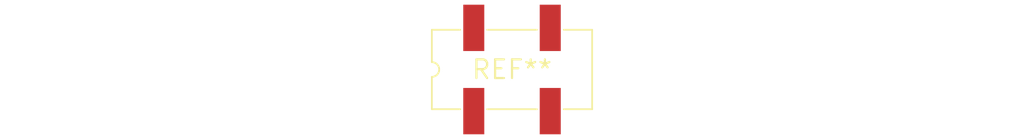
<source format=kicad_pcb>
(kicad_pcb (version 20240108) (generator pcbnew)
  (layers (0 "F.Cu" signal) (31 "B.Cu" signal) (34 "B.Paste" user) (35 "F.Paste" user) (36 "B.SilkS" user "B.Silkscreen") (37 "F.SilkS" user "F.Silkscreen") (38 "B.Mask" user) (39 "F.Mask" user) (44 "Edge.Cuts" user))
  (net 0 "")
  (footprint "Oscillator_SMD_SeikoEpson_SG8002JC-4Pin_10.5x5.0mm_HandSoldering" (layer "F.Cu") (at 0 0)
    (property "Reference" "REF**")
    (property "Value" "Oscillator_SMD_SeikoEpson_SG8002JC-4Pin_10.5x5.0mm_HandSoldering")
    (fp_line (start -5.45 -2.7) (end -3.52 -2.7) (layer "F.SilkS") (stroke (width 0.12)))
    (fp_line (start -5.45 -0.5) (end -5.45 -2.7) (layer "F.SilkS") (stroke (width 0.12)))
    (fp_line (start -5.45 2.7) (end -5.45 0.5) (layer "F.SilkS") (stroke (width 0.12)))
    (fp_line (start -5.45 2.7) (end -3.52 2.7) (layer "F.SilkS") (stroke (width 0.12)))
    (fp_line (start -1.69 -2.7) (end 1.69 -2.7) (layer "F.SilkS") (stroke (width 0.12)))
    (fp_line (start 1.69 2.7) (end -1.69 2.7) (layer "F.SilkS") (stroke (width 0.12)))
    (fp_line (start 3.52 -2.7) (end 5.45 -2.7) (layer "F.SilkS") (stroke (width 0.12)))
    (fp_line (start 5.45 -2.7) (end 5.45 2.7) (layer "F.SilkS") (stroke (width 0.12)))
    (fp_line (start 5.45 2.7) (end 3.52 2.7) (layer "F.SilkS") (stroke (width 0.12)))
    (fp_arc (start -5.45 -0.5) (mid -4.95 0) (end -5.45 0.5) (layer "F.SilkS") (stroke (width 0.12)))
    (pad "1" smd rect (at -2.6 2.83) (size 1.43 3.15) (layers "F.Cu" "F.Paste" "F.Mask"))
    (pad "2" smd rect (at 2.6 2.83) (size 1.43 3.15) (layers "F.Cu" "F.Paste" "F.Mask"))
    (pad "3" smd rect (at 2.6 -2.83) (size 1.43 3.15) (layers "F.Cu" "F.Paste" "F.Mask"))
    (pad "4" smd rect (at -2.6 -2.83) (size 1.43 3.15) (layers "F.Cu" "F.Paste" "F.Mask"))
  )
)
</source>
